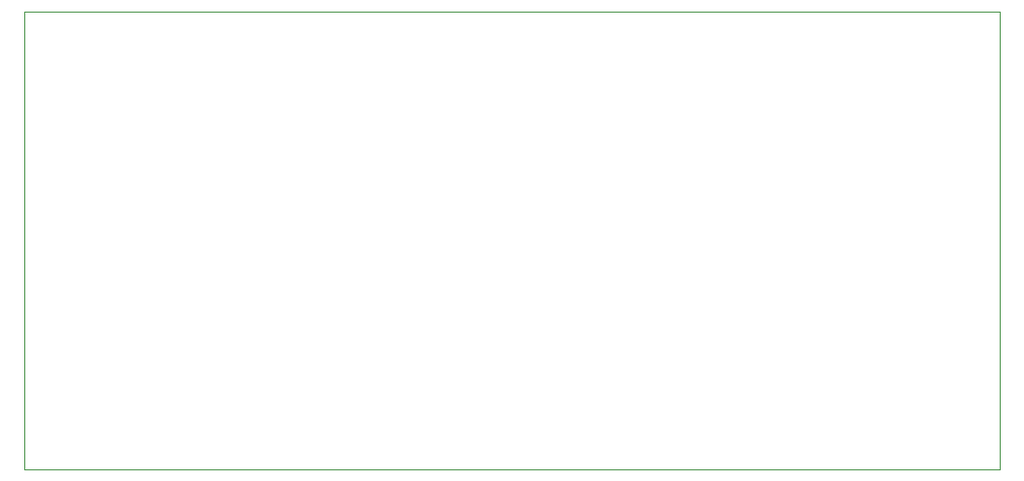
<source format=gbr>
%FSLAX34Y34*%
%MOMM*%
%LNOUTLINE*%
G71*
G01*
%ADD10C,0.002*%
%LPD*%
G54D10*
X0Y400000D02*
X850000Y400000D01*
X850000Y0D01*
X0Y0D01*
X0Y400000D01*
M02*

</source>
